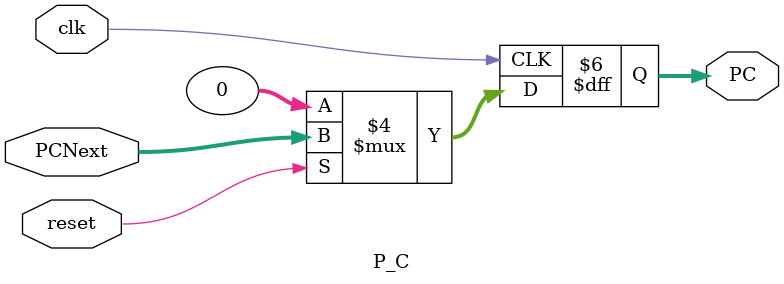
<source format=v>
module P_C(PCNext, PC, reset, clk);

	//initialising input/output ports
	input [31:0] PCNext;
	input reset, clk;
	output reg [31:0] PC; //output ports are wires by default
	always @(posedge clk)
		begin 
		if(reset == 1'b0)
			begin 
			PC <= 32'h00000000;
			end
		else
			begin
			PC <= PCNext;  
			end
		end
		
endmodule

</source>
